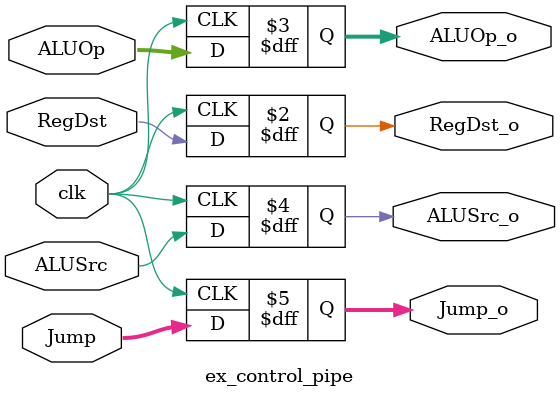
<source format=v>





module ex_control_pipe (
	// inputs
	input wire RegDst,
	input wire [3:0] ALUOp,
	input wire ALUSrc,
	input wire [1:0]Jump,
	input wire clk,
	// outputs
	output reg RegDst_o,
	output reg [3:0] ALUOp_o,
	output reg ALUSrc_o,
	output reg [1:0] Jump_o);
	
always @(posedge clk) begin
	RegDst_o <= RegDst;
	ALUOp_o <= ALUOp;
	ALUSrc_o <= ALUSrc;
	Jump_o <= Jump;
end

endmodule

</source>
